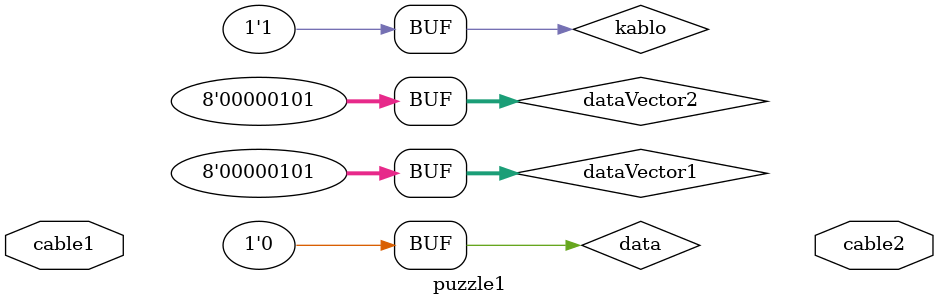
<source format=v>
module puzzle1(
    input cable1,
    output cable2
    );
    reg data = 1'b0; //1-0 deðerlerini alýr.
    wire kablo = 1'b1;
     
     reg [7:0] dataVector1;
     wire [1:8] dataVector2;
     
     //array tanýmlama
     reg[2:0] mem[0:1];
     initial begin
        mem[0]= 3'b111;
        mem[1]= 3'b101;
     end
     initial begin
        dataVector1 = 8'h05;  
     end
     assign     dataVector2 = 8'b0000_0101;
     
     // data veri tipi tanýmlama
     //4'b1111      4 bit deðeri 1111 unsigned binary
     // 8'b1011_0000     8 bit deðeri 10110000  unsigned binary
     // 8'hFF     8 bit deðeri 11111111  unsigned hexadecimal
     // 6'hA      6 bit deðeri 001010  unsigned hexadecimal 
     // 'b1111    32 bit deðeri 0000_000F  unsigned binary
     // 8'bZ      8 bit deðeri ZZZZ_ZZZZ unsigned binary 
endmodule

</source>
